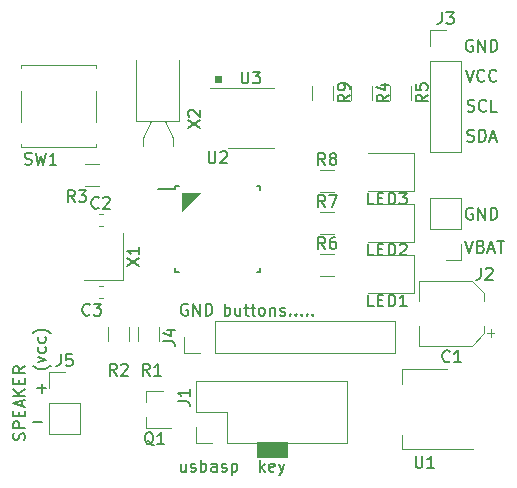
<source format=gbr>
G04 #@! TF.GenerationSoftware,KiCad,Pcbnew,5.1.5-1.fc30*
G04 #@! TF.CreationDate,2020-02-08T00:59:57+03:00*
G04 #@! TF.ProjectId,Tamagotchi-Atmega8,54616d61-676f-4746-9368-692d41746d65,rev?*
G04 #@! TF.SameCoordinates,Original*
G04 #@! TF.FileFunction,Legend,Top*
G04 #@! TF.FilePolarity,Positive*
%FSLAX46Y46*%
G04 Gerber Fmt 4.6, Leading zero omitted, Abs format (unit mm)*
G04 Created by KiCad (PCBNEW 5.1.5-1.fc30) date 2020-02-08 00:59:57*
%MOMM*%
%LPD*%
G04 APERTURE LIST*
%ADD10C,0.150000*%
%ADD11C,0.100000*%
%ADD12C,0.120000*%
G04 APERTURE END LIST*
D10*
X111633047Y-102179428D02*
X112394952Y-102179428D01*
X112339428Y-99694666D02*
X112339428Y-98932761D01*
X112720380Y-99313714D02*
X111958476Y-99313714D01*
X113101333Y-97408952D02*
X113053714Y-97456571D01*
X112910857Y-97551809D01*
X112815619Y-97599428D01*
X112672761Y-97647047D01*
X112434666Y-97694666D01*
X112244190Y-97694666D01*
X112006095Y-97647047D01*
X111863238Y-97599428D01*
X111768000Y-97551809D01*
X111625142Y-97456571D01*
X111577523Y-97408952D01*
X112053714Y-97123238D02*
X112720380Y-96885142D01*
X112053714Y-96647047D01*
X112672761Y-95837523D02*
X112720380Y-95932761D01*
X112720380Y-96123238D01*
X112672761Y-96218476D01*
X112625142Y-96266095D01*
X112529904Y-96313714D01*
X112244190Y-96313714D01*
X112148952Y-96266095D01*
X112101333Y-96218476D01*
X112053714Y-96123238D01*
X112053714Y-95932761D01*
X112101333Y-95837523D01*
X112672761Y-94980380D02*
X112720380Y-95075619D01*
X112720380Y-95266095D01*
X112672761Y-95361333D01*
X112625142Y-95408952D01*
X112529904Y-95456571D01*
X112244190Y-95456571D01*
X112148952Y-95408952D01*
X112101333Y-95361333D01*
X112053714Y-95266095D01*
X112053714Y-95075619D01*
X112101333Y-94980380D01*
X113101333Y-94647047D02*
X113053714Y-94599428D01*
X112910857Y-94504190D01*
X112815619Y-94456571D01*
X112672761Y-94408952D01*
X112434666Y-94361333D01*
X112244190Y-94361333D01*
X112006095Y-94408952D01*
X111863238Y-94456571D01*
X111768000Y-94504190D01*
X111625142Y-94599428D01*
X111577523Y-94647047D01*
X110894761Y-103703047D02*
X110942380Y-103560190D01*
X110942380Y-103322095D01*
X110894761Y-103226857D01*
X110847142Y-103179238D01*
X110751904Y-103131619D01*
X110656666Y-103131619D01*
X110561428Y-103179238D01*
X110513809Y-103226857D01*
X110466190Y-103322095D01*
X110418571Y-103512571D01*
X110370952Y-103607809D01*
X110323333Y-103655428D01*
X110228095Y-103703047D01*
X110132857Y-103703047D01*
X110037619Y-103655428D01*
X109990000Y-103607809D01*
X109942380Y-103512571D01*
X109942380Y-103274476D01*
X109990000Y-103131619D01*
X110942380Y-102703047D02*
X109942380Y-102703047D01*
X109942380Y-102322095D01*
X109990000Y-102226857D01*
X110037619Y-102179238D01*
X110132857Y-102131619D01*
X110275714Y-102131619D01*
X110370952Y-102179238D01*
X110418571Y-102226857D01*
X110466190Y-102322095D01*
X110466190Y-102703047D01*
X110418571Y-101703047D02*
X110418571Y-101369714D01*
X110942380Y-101226857D02*
X110942380Y-101703047D01*
X109942380Y-101703047D01*
X109942380Y-101226857D01*
X110656666Y-100845904D02*
X110656666Y-100369714D01*
X110942380Y-100941142D02*
X109942380Y-100607809D01*
X110942380Y-100274476D01*
X110942380Y-99941142D02*
X109942380Y-99941142D01*
X110942380Y-99369714D02*
X110370952Y-99798285D01*
X109942380Y-99369714D02*
X110513809Y-99941142D01*
X110418571Y-98941142D02*
X110418571Y-98607809D01*
X110942380Y-98464952D02*
X110942380Y-98941142D01*
X109942380Y-98941142D01*
X109942380Y-98464952D01*
X110942380Y-97464952D02*
X110466190Y-97798285D01*
X110942380Y-98036380D02*
X109942380Y-98036380D01*
X109942380Y-97655428D01*
X109990000Y-97560190D01*
X110037619Y-97512571D01*
X110132857Y-97464952D01*
X110275714Y-97464952D01*
X110370952Y-97512571D01*
X110418571Y-97560190D01*
X110466190Y-97655428D01*
X110466190Y-98036380D01*
X127833904Y-93162380D02*
X127833904Y-92162380D01*
X127833904Y-92543333D02*
X127929142Y-92495714D01*
X128119619Y-92495714D01*
X128214857Y-92543333D01*
X128262476Y-92590952D01*
X128310095Y-92686190D01*
X128310095Y-92971904D01*
X128262476Y-93067142D01*
X128214857Y-93114761D01*
X128119619Y-93162380D01*
X127929142Y-93162380D01*
X127833904Y-93114761D01*
X129167238Y-92495714D02*
X129167238Y-93162380D01*
X128738666Y-92495714D02*
X128738666Y-93019523D01*
X128786285Y-93114761D01*
X128881523Y-93162380D01*
X129024380Y-93162380D01*
X129119619Y-93114761D01*
X129167238Y-93067142D01*
X129500571Y-92495714D02*
X129881523Y-92495714D01*
X129643428Y-92162380D02*
X129643428Y-93019523D01*
X129691047Y-93114761D01*
X129786285Y-93162380D01*
X129881523Y-93162380D01*
X130072000Y-92495714D02*
X130452952Y-92495714D01*
X130214857Y-92162380D02*
X130214857Y-93019523D01*
X130262476Y-93114761D01*
X130357714Y-93162380D01*
X130452952Y-93162380D01*
X130929142Y-93162380D02*
X130833904Y-93114761D01*
X130786285Y-93067142D01*
X130738666Y-92971904D01*
X130738666Y-92686190D01*
X130786285Y-92590952D01*
X130833904Y-92543333D01*
X130929142Y-92495714D01*
X131072000Y-92495714D01*
X131167238Y-92543333D01*
X131214857Y-92590952D01*
X131262476Y-92686190D01*
X131262476Y-92971904D01*
X131214857Y-93067142D01*
X131167238Y-93114761D01*
X131072000Y-93162380D01*
X130929142Y-93162380D01*
X131691047Y-92495714D02*
X131691047Y-93162380D01*
X131691047Y-92590952D02*
X131738666Y-92543333D01*
X131833904Y-92495714D01*
X131976761Y-92495714D01*
X132072000Y-92543333D01*
X132119619Y-92638571D01*
X132119619Y-93162380D01*
X132548190Y-93114761D02*
X132643428Y-93162380D01*
X132833904Y-93162380D01*
X132929142Y-93114761D01*
X132976761Y-93019523D01*
X132976761Y-92971904D01*
X132929142Y-92876666D01*
X132833904Y-92829047D01*
X132691047Y-92829047D01*
X132595809Y-92781428D01*
X132548190Y-92686190D01*
X132548190Y-92638571D01*
X132595809Y-92543333D01*
X132691047Y-92495714D01*
X132833904Y-92495714D01*
X132929142Y-92543333D01*
X133405333Y-93067142D02*
X133452952Y-93114761D01*
X133405333Y-93162380D01*
X133357714Y-93114761D01*
X133405333Y-93067142D01*
X133405333Y-93162380D01*
X133881523Y-93067142D02*
X133929142Y-93114761D01*
X133881523Y-93162380D01*
X133833904Y-93114761D01*
X133881523Y-93067142D01*
X133881523Y-93162380D01*
X134357714Y-93067142D02*
X134405333Y-93114761D01*
X134357714Y-93162380D01*
X134310095Y-93114761D01*
X134357714Y-93067142D01*
X134357714Y-93162380D01*
X134833904Y-93067142D02*
X134881523Y-93114761D01*
X134833904Y-93162380D01*
X134786285Y-93114761D01*
X134833904Y-93067142D01*
X134833904Y-93162380D01*
X135310095Y-93067142D02*
X135357714Y-93114761D01*
X135310095Y-93162380D01*
X135262476Y-93114761D01*
X135310095Y-93067142D01*
X135310095Y-93162380D01*
X124714095Y-92210000D02*
X124618857Y-92162380D01*
X124476000Y-92162380D01*
X124333142Y-92210000D01*
X124237904Y-92305238D01*
X124190285Y-92400476D01*
X124142666Y-92590952D01*
X124142666Y-92733809D01*
X124190285Y-92924285D01*
X124237904Y-93019523D01*
X124333142Y-93114761D01*
X124476000Y-93162380D01*
X124571238Y-93162380D01*
X124714095Y-93114761D01*
X124761714Y-93067142D01*
X124761714Y-92733809D01*
X124571238Y-92733809D01*
X125190285Y-93162380D02*
X125190285Y-92162380D01*
X125761714Y-93162380D01*
X125761714Y-92162380D01*
X126237904Y-93162380D02*
X126237904Y-92162380D01*
X126476000Y-92162380D01*
X126618857Y-92210000D01*
X126714095Y-92305238D01*
X126761714Y-92400476D01*
X126809333Y-92590952D01*
X126809333Y-92733809D01*
X126761714Y-92924285D01*
X126714095Y-93019523D01*
X126618857Y-93114761D01*
X126476000Y-93162380D01*
X126237904Y-93162380D01*
X124539619Y-105703714D02*
X124539619Y-106370380D01*
X124111047Y-105703714D02*
X124111047Y-106227523D01*
X124158666Y-106322761D01*
X124253904Y-106370380D01*
X124396761Y-106370380D01*
X124492000Y-106322761D01*
X124539619Y-106275142D01*
X124968190Y-106322761D02*
X125063428Y-106370380D01*
X125253904Y-106370380D01*
X125349142Y-106322761D01*
X125396761Y-106227523D01*
X125396761Y-106179904D01*
X125349142Y-106084666D01*
X125253904Y-106037047D01*
X125111047Y-106037047D01*
X125015809Y-105989428D01*
X124968190Y-105894190D01*
X124968190Y-105846571D01*
X125015809Y-105751333D01*
X125111047Y-105703714D01*
X125253904Y-105703714D01*
X125349142Y-105751333D01*
X125825333Y-106370380D02*
X125825333Y-105370380D01*
X125825333Y-105751333D02*
X125920571Y-105703714D01*
X126111047Y-105703714D01*
X126206285Y-105751333D01*
X126253904Y-105798952D01*
X126301523Y-105894190D01*
X126301523Y-106179904D01*
X126253904Y-106275142D01*
X126206285Y-106322761D01*
X126111047Y-106370380D01*
X125920571Y-106370380D01*
X125825333Y-106322761D01*
X127158666Y-106370380D02*
X127158666Y-105846571D01*
X127111047Y-105751333D01*
X127015809Y-105703714D01*
X126825333Y-105703714D01*
X126730095Y-105751333D01*
X127158666Y-106322761D02*
X127063428Y-106370380D01*
X126825333Y-106370380D01*
X126730095Y-106322761D01*
X126682476Y-106227523D01*
X126682476Y-106132285D01*
X126730095Y-106037047D01*
X126825333Y-105989428D01*
X127063428Y-105989428D01*
X127158666Y-105941809D01*
X127587238Y-106322761D02*
X127682476Y-106370380D01*
X127872952Y-106370380D01*
X127968190Y-106322761D01*
X128015809Y-106227523D01*
X128015809Y-106179904D01*
X127968190Y-106084666D01*
X127872952Y-106037047D01*
X127730095Y-106037047D01*
X127634857Y-105989428D01*
X127587238Y-105894190D01*
X127587238Y-105846571D01*
X127634857Y-105751333D01*
X127730095Y-105703714D01*
X127872952Y-105703714D01*
X127968190Y-105751333D01*
X128444380Y-105703714D02*
X128444380Y-106703714D01*
X128444380Y-105751333D02*
X128539619Y-105703714D01*
X128730095Y-105703714D01*
X128825333Y-105751333D01*
X128872952Y-105798952D01*
X128920571Y-105894190D01*
X128920571Y-106179904D01*
X128872952Y-106275142D01*
X128825333Y-106322761D01*
X128730095Y-106370380D01*
X128539619Y-106370380D01*
X128444380Y-106322761D01*
X148217142Y-86828380D02*
X148550476Y-87828380D01*
X148883809Y-86828380D01*
X149550476Y-87304571D02*
X149693333Y-87352190D01*
X149740952Y-87399809D01*
X149788571Y-87495047D01*
X149788571Y-87637904D01*
X149740952Y-87733142D01*
X149693333Y-87780761D01*
X149598095Y-87828380D01*
X149217142Y-87828380D01*
X149217142Y-86828380D01*
X149550476Y-86828380D01*
X149645714Y-86876000D01*
X149693333Y-86923619D01*
X149740952Y-87018857D01*
X149740952Y-87114095D01*
X149693333Y-87209333D01*
X149645714Y-87256952D01*
X149550476Y-87304571D01*
X149217142Y-87304571D01*
X150169523Y-87542666D02*
X150645714Y-87542666D01*
X150074285Y-87828380D02*
X150407619Y-86828380D01*
X150740952Y-87828380D01*
X150931428Y-86828380D02*
X151502857Y-86828380D01*
X151217142Y-87828380D02*
X151217142Y-86828380D01*
X148844095Y-84082000D02*
X148748857Y-84034380D01*
X148606000Y-84034380D01*
X148463142Y-84082000D01*
X148367904Y-84177238D01*
X148320285Y-84272476D01*
X148272666Y-84462952D01*
X148272666Y-84605809D01*
X148320285Y-84796285D01*
X148367904Y-84891523D01*
X148463142Y-84986761D01*
X148606000Y-85034380D01*
X148701238Y-85034380D01*
X148844095Y-84986761D01*
X148891714Y-84939142D01*
X148891714Y-84605809D01*
X148701238Y-84605809D01*
X149320285Y-85034380D02*
X149320285Y-84034380D01*
X149891714Y-85034380D01*
X149891714Y-84034380D01*
X150367904Y-85034380D02*
X150367904Y-84034380D01*
X150606000Y-84034380D01*
X150748857Y-84082000D01*
X150844095Y-84177238D01*
X150891714Y-84272476D01*
X150939333Y-84462952D01*
X150939333Y-84605809D01*
X150891714Y-84796285D01*
X150844095Y-84891523D01*
X150748857Y-84986761D01*
X150606000Y-85034380D01*
X150367904Y-85034380D01*
X148391714Y-78382761D02*
X148534571Y-78430380D01*
X148772666Y-78430380D01*
X148867904Y-78382761D01*
X148915523Y-78335142D01*
X148963142Y-78239904D01*
X148963142Y-78144666D01*
X148915523Y-78049428D01*
X148867904Y-78001809D01*
X148772666Y-77954190D01*
X148582190Y-77906571D01*
X148486952Y-77858952D01*
X148439333Y-77811333D01*
X148391714Y-77716095D01*
X148391714Y-77620857D01*
X148439333Y-77525619D01*
X148486952Y-77478000D01*
X148582190Y-77430380D01*
X148820285Y-77430380D01*
X148963142Y-77478000D01*
X149391714Y-78430380D02*
X149391714Y-77430380D01*
X149629809Y-77430380D01*
X149772666Y-77478000D01*
X149867904Y-77573238D01*
X149915523Y-77668476D01*
X149963142Y-77858952D01*
X149963142Y-78001809D01*
X149915523Y-78192285D01*
X149867904Y-78287523D01*
X149772666Y-78382761D01*
X149629809Y-78430380D01*
X149391714Y-78430380D01*
X150344095Y-78144666D02*
X150820285Y-78144666D01*
X150248857Y-78430380D02*
X150582190Y-77430380D01*
X150915523Y-78430380D01*
X148415523Y-75842761D02*
X148558380Y-75890380D01*
X148796476Y-75890380D01*
X148891714Y-75842761D01*
X148939333Y-75795142D01*
X148986952Y-75699904D01*
X148986952Y-75604666D01*
X148939333Y-75509428D01*
X148891714Y-75461809D01*
X148796476Y-75414190D01*
X148606000Y-75366571D01*
X148510761Y-75318952D01*
X148463142Y-75271333D01*
X148415523Y-75176095D01*
X148415523Y-75080857D01*
X148463142Y-74985619D01*
X148510761Y-74938000D01*
X148606000Y-74890380D01*
X148844095Y-74890380D01*
X148986952Y-74938000D01*
X149986952Y-75795142D02*
X149939333Y-75842761D01*
X149796476Y-75890380D01*
X149701238Y-75890380D01*
X149558380Y-75842761D01*
X149463142Y-75747523D01*
X149415523Y-75652285D01*
X149367904Y-75461809D01*
X149367904Y-75318952D01*
X149415523Y-75128476D01*
X149463142Y-75033238D01*
X149558380Y-74938000D01*
X149701238Y-74890380D01*
X149796476Y-74890380D01*
X149939333Y-74938000D01*
X149986952Y-74985619D01*
X150891714Y-75890380D02*
X150415523Y-75890380D01*
X150415523Y-74890380D01*
X148272666Y-72350380D02*
X148606000Y-73350380D01*
X148939333Y-72350380D01*
X149844095Y-73255142D02*
X149796476Y-73302761D01*
X149653619Y-73350380D01*
X149558380Y-73350380D01*
X149415523Y-73302761D01*
X149320285Y-73207523D01*
X149272666Y-73112285D01*
X149225047Y-72921809D01*
X149225047Y-72778952D01*
X149272666Y-72588476D01*
X149320285Y-72493238D01*
X149415523Y-72398000D01*
X149558380Y-72350380D01*
X149653619Y-72350380D01*
X149796476Y-72398000D01*
X149844095Y-72445619D01*
X150844095Y-73255142D02*
X150796476Y-73302761D01*
X150653619Y-73350380D01*
X150558380Y-73350380D01*
X150415523Y-73302761D01*
X150320285Y-73207523D01*
X150272666Y-73112285D01*
X150225047Y-72921809D01*
X150225047Y-72778952D01*
X150272666Y-72588476D01*
X150320285Y-72493238D01*
X150415523Y-72398000D01*
X150558380Y-72350380D01*
X150653619Y-72350380D01*
X150796476Y-72398000D01*
X150844095Y-72445619D01*
X148844095Y-69858000D02*
X148748857Y-69810380D01*
X148606000Y-69810380D01*
X148463142Y-69858000D01*
X148367904Y-69953238D01*
X148320285Y-70048476D01*
X148272666Y-70238952D01*
X148272666Y-70381809D01*
X148320285Y-70572285D01*
X148367904Y-70667523D01*
X148463142Y-70762761D01*
X148606000Y-70810380D01*
X148701238Y-70810380D01*
X148844095Y-70762761D01*
X148891714Y-70715142D01*
X148891714Y-70381809D01*
X148701238Y-70381809D01*
X149320285Y-70810380D02*
X149320285Y-69810380D01*
X149891714Y-70810380D01*
X149891714Y-69810380D01*
X150367904Y-70810380D02*
X150367904Y-69810380D01*
X150606000Y-69810380D01*
X150748857Y-69858000D01*
X150844095Y-69953238D01*
X150891714Y-70048476D01*
X150939333Y-70238952D01*
X150939333Y-70381809D01*
X150891714Y-70572285D01*
X150844095Y-70667523D01*
X150748857Y-70762761D01*
X150606000Y-70810380D01*
X150367904Y-70810380D01*
D11*
G36*
X127508000Y-73406000D02*
G01*
X127000000Y-73406000D01*
X127000000Y-72898000D01*
X127508000Y-72898000D01*
X127508000Y-73406000D01*
G37*
X127508000Y-73406000D02*
X127000000Y-73406000D01*
X127000000Y-72898000D01*
X127508000Y-72898000D01*
X127508000Y-73406000D01*
G36*
X124206000Y-84328000D02*
G01*
X124206000Y-82804000D01*
X125730000Y-82804000D01*
X124206000Y-84328000D01*
G37*
X124206000Y-84328000D02*
X124206000Y-82804000D01*
X125730000Y-82804000D01*
X124206000Y-84328000D01*
D10*
X130849809Y-106370380D02*
X130849809Y-105370380D01*
X130945047Y-105989428D02*
X131230761Y-106370380D01*
X131230761Y-105703714D02*
X130849809Y-106084666D01*
X132040285Y-106322761D02*
X131945047Y-106370380D01*
X131754571Y-106370380D01*
X131659333Y-106322761D01*
X131611714Y-106227523D01*
X131611714Y-105846571D01*
X131659333Y-105751333D01*
X131754571Y-105703714D01*
X131945047Y-105703714D01*
X132040285Y-105751333D01*
X132087904Y-105846571D01*
X132087904Y-105941809D01*
X131611714Y-106037047D01*
X132421238Y-105703714D02*
X132659333Y-106370380D01*
X132897428Y-105703714D02*
X132659333Y-106370380D01*
X132564095Y-106608476D01*
X132516476Y-106656095D01*
X132421238Y-106703714D01*
D11*
G36*
X133096000Y-105156000D02*
G01*
X130556000Y-105156000D01*
X130556000Y-103886000D01*
X133096000Y-103886000D01*
X133096000Y-105156000D01*
G37*
X133096000Y-105156000D02*
X130556000Y-105156000D01*
X130556000Y-103886000D01*
X133096000Y-103886000D01*
X133096000Y-105156000D01*
D12*
X110642000Y-76738000D02*
X110642000Y-74138000D01*
X116942000Y-71988000D02*
X116942000Y-72238000D01*
X110642000Y-71988000D02*
X116942000Y-71988000D01*
X110642000Y-72238000D02*
X110642000Y-71988000D01*
X116942000Y-74138000D02*
X116942000Y-76738000D01*
X110642000Y-78888000D02*
X110642000Y-78638000D01*
X116942000Y-78888000D02*
X110642000Y-78888000D01*
X116942000Y-78638000D02*
X116942000Y-78888000D01*
X120904000Y-78102000D02*
X120904000Y-78802000D01*
X121574000Y-76702000D02*
X120904000Y-78102000D01*
X123444000Y-78102000D02*
X123444000Y-78802000D01*
X122774000Y-76702000D02*
X123444000Y-78102000D01*
X120374000Y-76702000D02*
X120374000Y-71552000D01*
X123974000Y-76702000D02*
X120374000Y-76702000D01*
X123974000Y-71552000D02*
X123974000Y-76702000D01*
X119252000Y-90138000D02*
X119252000Y-86138000D01*
X115952000Y-90138000D02*
X119252000Y-90138000D01*
X124400000Y-96326000D02*
X124400000Y-94996000D01*
X125730000Y-96326000D02*
X124400000Y-96326000D01*
X127000000Y-96326000D02*
X127000000Y-93666000D01*
X127000000Y-93666000D02*
X142300000Y-93666000D01*
X127000000Y-96326000D02*
X142300000Y-96326000D01*
X142300000Y-96326000D02*
X142300000Y-93666000D01*
X130048000Y-73894000D02*
X126598000Y-73894000D01*
X130048000Y-73894000D02*
X131998000Y-73894000D01*
X130048000Y-79014000D02*
X128098000Y-79014000D01*
X130048000Y-79014000D02*
X131998000Y-79014000D01*
D10*
X123629000Y-82452000D02*
X122204000Y-82452000D01*
X130879000Y-82227000D02*
X130554000Y-82227000D01*
X130879000Y-89477000D02*
X130554000Y-89477000D01*
X123629000Y-89477000D02*
X123954000Y-89477000D01*
X123629000Y-82227000D02*
X123954000Y-82227000D01*
X123629000Y-89477000D02*
X123629000Y-89152000D01*
X130879000Y-89477000D02*
X130879000Y-89152000D01*
X130879000Y-82227000D02*
X130879000Y-82552000D01*
X123629000Y-82227000D02*
X123629000Y-82452000D01*
D12*
X148880000Y-104502000D02*
X142870000Y-104502000D01*
X146630000Y-97682000D02*
X142870000Y-97682000D01*
X142870000Y-104502000D02*
X142870000Y-103242000D01*
X142870000Y-97682000D02*
X142870000Y-98942000D01*
X135234000Y-73695936D02*
X135234000Y-74900064D01*
X137054000Y-73695936D02*
X137054000Y-74900064D01*
X135919936Y-82698000D02*
X137124064Y-82698000D01*
X135919936Y-80878000D02*
X137124064Y-80878000D01*
X135925936Y-86254000D02*
X137130064Y-86254000D01*
X135925936Y-84434000D02*
X137130064Y-84434000D01*
X135925936Y-89810000D02*
X137130064Y-89810000D01*
X135925936Y-87990000D02*
X137130064Y-87990000D01*
X141838000Y-73689936D02*
X141838000Y-74894064D01*
X143658000Y-73689936D02*
X143658000Y-74894064D01*
X138536000Y-73689936D02*
X138536000Y-74894064D01*
X140356000Y-73689936D02*
X140356000Y-74894064D01*
X117188064Y-80370000D02*
X115983936Y-80370000D01*
X117188064Y-82190000D02*
X115983936Y-82190000D01*
X119782000Y-95344064D02*
X119782000Y-94139936D01*
X117962000Y-95344064D02*
X117962000Y-94139936D01*
X120502000Y-94139936D02*
X120502000Y-95344064D01*
X122322000Y-94139936D02*
X122322000Y-95344064D01*
X121160000Y-99512000D02*
X122620000Y-99512000D01*
X121160000Y-102672000D02*
X123320000Y-102672000D01*
X121160000Y-102672000D02*
X121160000Y-101742000D01*
X121160000Y-99512000D02*
X121160000Y-100442000D01*
X143887000Y-79441000D02*
X140002000Y-79441000D01*
X143887000Y-82611000D02*
X143887000Y-79441000D01*
X140002000Y-82611000D02*
X143887000Y-82611000D01*
X143887000Y-83759000D02*
X140002000Y-83759000D01*
X143887000Y-86929000D02*
X143887000Y-83759000D01*
X140002000Y-86929000D02*
X143887000Y-86929000D01*
X143887000Y-88077000D02*
X140002000Y-88077000D01*
X143887000Y-91247000D02*
X143887000Y-88077000D01*
X140002000Y-91247000D02*
X143887000Y-91247000D01*
X112970000Y-97984000D02*
X114300000Y-97984000D01*
X112970000Y-99314000D02*
X112970000Y-97984000D01*
X112970000Y-100584000D02*
X115630000Y-100584000D01*
X115630000Y-100584000D02*
X115630000Y-103184000D01*
X112970000Y-100584000D02*
X112970000Y-103184000D01*
X112970000Y-103184000D02*
X115630000Y-103184000D01*
X145228000Y-69028000D02*
X146558000Y-69028000D01*
X145228000Y-70358000D02*
X145228000Y-69028000D01*
X145228000Y-71628000D02*
X147888000Y-71628000D01*
X147888000Y-71628000D02*
X147888000Y-79308000D01*
X145228000Y-71628000D02*
X145228000Y-79308000D01*
X145228000Y-79308000D02*
X147888000Y-79308000D01*
X147888000Y-88452000D02*
X146558000Y-88452000D01*
X147888000Y-87122000D02*
X147888000Y-88452000D01*
X147888000Y-85852000D02*
X145228000Y-85852000D01*
X145228000Y-85852000D02*
X145228000Y-83252000D01*
X147888000Y-85852000D02*
X147888000Y-83252000D01*
X147888000Y-83252000D02*
X145228000Y-83252000D01*
X125416000Y-103946000D02*
X125416000Y-102616000D01*
X126746000Y-103946000D02*
X125416000Y-103946000D01*
X125416000Y-101346000D02*
X125416000Y-98746000D01*
X128016000Y-101346000D02*
X125416000Y-101346000D01*
X128016000Y-103946000D02*
X128016000Y-101346000D01*
X125416000Y-98746000D02*
X138236000Y-98746000D01*
X128016000Y-103946000D02*
X138236000Y-103946000D01*
X138236000Y-103946000D02*
X138236000Y-98746000D01*
X117185221Y-91696000D02*
X117510779Y-91696000D01*
X117185221Y-90676000D02*
X117510779Y-90676000D01*
X117185221Y-85600000D02*
X117510779Y-85600000D01*
X117185221Y-84580000D02*
X117510779Y-84580000D01*
X150378500Y-94961500D02*
X150378500Y-94336500D01*
X150691000Y-94649000D02*
X150066000Y-94649000D01*
X149826000Y-91268437D02*
X148761563Y-90204000D01*
X149826000Y-94659563D02*
X148761563Y-95724000D01*
X149826000Y-94659563D02*
X149826000Y-94024000D01*
X149826000Y-91268437D02*
X149826000Y-91904000D01*
X148761563Y-90204000D02*
X144306000Y-90204000D01*
X148761563Y-95724000D02*
X144306000Y-95724000D01*
X144306000Y-95724000D02*
X144306000Y-94024000D01*
X144306000Y-90204000D02*
X144306000Y-91904000D01*
D10*
X110934666Y-80342761D02*
X111077523Y-80390380D01*
X111315619Y-80390380D01*
X111410857Y-80342761D01*
X111458476Y-80295142D01*
X111506095Y-80199904D01*
X111506095Y-80104666D01*
X111458476Y-80009428D01*
X111410857Y-79961809D01*
X111315619Y-79914190D01*
X111125142Y-79866571D01*
X111029904Y-79818952D01*
X110982285Y-79771333D01*
X110934666Y-79676095D01*
X110934666Y-79580857D01*
X110982285Y-79485619D01*
X111029904Y-79438000D01*
X111125142Y-79390380D01*
X111363238Y-79390380D01*
X111506095Y-79438000D01*
X111839428Y-79390380D02*
X112077523Y-80390380D01*
X112268000Y-79676095D01*
X112458476Y-80390380D01*
X112696571Y-79390380D01*
X113601333Y-80390380D02*
X113029904Y-80390380D01*
X113315619Y-80390380D02*
X113315619Y-79390380D01*
X113220380Y-79533238D01*
X113125142Y-79628476D01*
X113029904Y-79676095D01*
X124746380Y-77311523D02*
X125746380Y-76644857D01*
X124746380Y-76644857D02*
X125746380Y-77311523D01*
X124841619Y-76311523D02*
X124794000Y-76263904D01*
X124746380Y-76168666D01*
X124746380Y-75930571D01*
X124794000Y-75835333D01*
X124841619Y-75787714D01*
X124936857Y-75740095D01*
X125032095Y-75740095D01*
X125174952Y-75787714D01*
X125746380Y-76359142D01*
X125746380Y-75740095D01*
X119594380Y-88947523D02*
X120594380Y-88280857D01*
X119594380Y-88280857D02*
X120594380Y-88947523D01*
X120594380Y-87376095D02*
X120594380Y-87947523D01*
X120594380Y-87661809D02*
X119594380Y-87661809D01*
X119737238Y-87757047D01*
X119832476Y-87852285D01*
X119880095Y-87947523D01*
X122642380Y-95329333D02*
X123356666Y-95329333D01*
X123499523Y-95376952D01*
X123594761Y-95472190D01*
X123642380Y-95615047D01*
X123642380Y-95710285D01*
X122975714Y-94424571D02*
X123642380Y-94424571D01*
X122594761Y-94662666D02*
X123309047Y-94900761D01*
X123309047Y-94281714D01*
X129286095Y-72506380D02*
X129286095Y-73315904D01*
X129333714Y-73411142D01*
X129381333Y-73458761D01*
X129476571Y-73506380D01*
X129667047Y-73506380D01*
X129762285Y-73458761D01*
X129809904Y-73411142D01*
X129857523Y-73315904D01*
X129857523Y-72506380D01*
X130238476Y-72506380D02*
X130857523Y-72506380D01*
X130524190Y-72887333D01*
X130667047Y-72887333D01*
X130762285Y-72934952D01*
X130809904Y-72982571D01*
X130857523Y-73077809D01*
X130857523Y-73315904D01*
X130809904Y-73411142D01*
X130762285Y-73458761D01*
X130667047Y-73506380D01*
X130381333Y-73506380D01*
X130286095Y-73458761D01*
X130238476Y-73411142D01*
X126492095Y-79254380D02*
X126492095Y-80063904D01*
X126539714Y-80159142D01*
X126587333Y-80206761D01*
X126682571Y-80254380D01*
X126873047Y-80254380D01*
X126968285Y-80206761D01*
X127015904Y-80159142D01*
X127063523Y-80063904D01*
X127063523Y-79254380D01*
X127492095Y-79349619D02*
X127539714Y-79302000D01*
X127634952Y-79254380D01*
X127873047Y-79254380D01*
X127968285Y-79302000D01*
X128015904Y-79349619D01*
X128063523Y-79444857D01*
X128063523Y-79540095D01*
X128015904Y-79682952D01*
X127444476Y-80254380D01*
X128063523Y-80254380D01*
X144018095Y-105044380D02*
X144018095Y-105853904D01*
X144065714Y-105949142D01*
X144113333Y-105996761D01*
X144208571Y-106044380D01*
X144399047Y-106044380D01*
X144494285Y-105996761D01*
X144541904Y-105949142D01*
X144589523Y-105853904D01*
X144589523Y-105044380D01*
X145589523Y-106044380D02*
X145018095Y-106044380D01*
X145303809Y-106044380D02*
X145303809Y-105044380D01*
X145208571Y-105187238D01*
X145113333Y-105282476D01*
X145018095Y-105330095D01*
X138416380Y-74464666D02*
X137940190Y-74798000D01*
X138416380Y-75036095D02*
X137416380Y-75036095D01*
X137416380Y-74655142D01*
X137464000Y-74559904D01*
X137511619Y-74512285D01*
X137606857Y-74464666D01*
X137749714Y-74464666D01*
X137844952Y-74512285D01*
X137892571Y-74559904D01*
X137940190Y-74655142D01*
X137940190Y-75036095D01*
X138416380Y-73988476D02*
X138416380Y-73798000D01*
X138368761Y-73702761D01*
X138321142Y-73655142D01*
X138178285Y-73559904D01*
X137987809Y-73512285D01*
X137606857Y-73512285D01*
X137511619Y-73559904D01*
X137464000Y-73607523D01*
X137416380Y-73702761D01*
X137416380Y-73893238D01*
X137464000Y-73988476D01*
X137511619Y-74036095D01*
X137606857Y-74083714D01*
X137844952Y-74083714D01*
X137940190Y-74036095D01*
X137987809Y-73988476D01*
X138035428Y-73893238D01*
X138035428Y-73702761D01*
X137987809Y-73607523D01*
X137940190Y-73559904D01*
X137844952Y-73512285D01*
X136355333Y-80420380D02*
X136022000Y-79944190D01*
X135783904Y-80420380D02*
X135783904Y-79420380D01*
X136164857Y-79420380D01*
X136260095Y-79468000D01*
X136307714Y-79515619D01*
X136355333Y-79610857D01*
X136355333Y-79753714D01*
X136307714Y-79848952D01*
X136260095Y-79896571D01*
X136164857Y-79944190D01*
X135783904Y-79944190D01*
X136926761Y-79848952D02*
X136831523Y-79801333D01*
X136783904Y-79753714D01*
X136736285Y-79658476D01*
X136736285Y-79610857D01*
X136783904Y-79515619D01*
X136831523Y-79468000D01*
X136926761Y-79420380D01*
X137117238Y-79420380D01*
X137212476Y-79468000D01*
X137260095Y-79515619D01*
X137307714Y-79610857D01*
X137307714Y-79658476D01*
X137260095Y-79753714D01*
X137212476Y-79801333D01*
X137117238Y-79848952D01*
X136926761Y-79848952D01*
X136831523Y-79896571D01*
X136783904Y-79944190D01*
X136736285Y-80039428D01*
X136736285Y-80229904D01*
X136783904Y-80325142D01*
X136831523Y-80372761D01*
X136926761Y-80420380D01*
X137117238Y-80420380D01*
X137212476Y-80372761D01*
X137260095Y-80325142D01*
X137307714Y-80229904D01*
X137307714Y-80039428D01*
X137260095Y-79944190D01*
X137212476Y-79896571D01*
X137117238Y-79848952D01*
X136361333Y-83976380D02*
X136028000Y-83500190D01*
X135789904Y-83976380D02*
X135789904Y-82976380D01*
X136170857Y-82976380D01*
X136266095Y-83024000D01*
X136313714Y-83071619D01*
X136361333Y-83166857D01*
X136361333Y-83309714D01*
X136313714Y-83404952D01*
X136266095Y-83452571D01*
X136170857Y-83500190D01*
X135789904Y-83500190D01*
X136694666Y-82976380D02*
X137361333Y-82976380D01*
X136932761Y-83976380D01*
X136361333Y-87532380D02*
X136028000Y-87056190D01*
X135789904Y-87532380D02*
X135789904Y-86532380D01*
X136170857Y-86532380D01*
X136266095Y-86580000D01*
X136313714Y-86627619D01*
X136361333Y-86722857D01*
X136361333Y-86865714D01*
X136313714Y-86960952D01*
X136266095Y-87008571D01*
X136170857Y-87056190D01*
X135789904Y-87056190D01*
X137218476Y-86532380D02*
X137028000Y-86532380D01*
X136932761Y-86580000D01*
X136885142Y-86627619D01*
X136789904Y-86770476D01*
X136742285Y-86960952D01*
X136742285Y-87341904D01*
X136789904Y-87437142D01*
X136837523Y-87484761D01*
X136932761Y-87532380D01*
X137123238Y-87532380D01*
X137218476Y-87484761D01*
X137266095Y-87437142D01*
X137313714Y-87341904D01*
X137313714Y-87103809D01*
X137266095Y-87008571D01*
X137218476Y-86960952D01*
X137123238Y-86913333D01*
X136932761Y-86913333D01*
X136837523Y-86960952D01*
X136789904Y-87008571D01*
X136742285Y-87103809D01*
X145020380Y-74458666D02*
X144544190Y-74792000D01*
X145020380Y-75030095D02*
X144020380Y-75030095D01*
X144020380Y-74649142D01*
X144068000Y-74553904D01*
X144115619Y-74506285D01*
X144210857Y-74458666D01*
X144353714Y-74458666D01*
X144448952Y-74506285D01*
X144496571Y-74553904D01*
X144544190Y-74649142D01*
X144544190Y-75030095D01*
X144020380Y-73553904D02*
X144020380Y-74030095D01*
X144496571Y-74077714D01*
X144448952Y-74030095D01*
X144401333Y-73934857D01*
X144401333Y-73696761D01*
X144448952Y-73601523D01*
X144496571Y-73553904D01*
X144591809Y-73506285D01*
X144829904Y-73506285D01*
X144925142Y-73553904D01*
X144972761Y-73601523D01*
X145020380Y-73696761D01*
X145020380Y-73934857D01*
X144972761Y-74030095D01*
X144925142Y-74077714D01*
X141718380Y-74458666D02*
X141242190Y-74792000D01*
X141718380Y-75030095D02*
X140718380Y-75030095D01*
X140718380Y-74649142D01*
X140766000Y-74553904D01*
X140813619Y-74506285D01*
X140908857Y-74458666D01*
X141051714Y-74458666D01*
X141146952Y-74506285D01*
X141194571Y-74553904D01*
X141242190Y-74649142D01*
X141242190Y-75030095D01*
X141051714Y-73601523D02*
X141718380Y-73601523D01*
X140670761Y-73839619D02*
X141385047Y-74077714D01*
X141385047Y-73458666D01*
X115149333Y-83552380D02*
X114816000Y-83076190D01*
X114577904Y-83552380D02*
X114577904Y-82552380D01*
X114958857Y-82552380D01*
X115054095Y-82600000D01*
X115101714Y-82647619D01*
X115149333Y-82742857D01*
X115149333Y-82885714D01*
X115101714Y-82980952D01*
X115054095Y-83028571D01*
X114958857Y-83076190D01*
X114577904Y-83076190D01*
X115482666Y-82552380D02*
X116101714Y-82552380D01*
X115768380Y-82933333D01*
X115911238Y-82933333D01*
X116006476Y-82980952D01*
X116054095Y-83028571D01*
X116101714Y-83123809D01*
X116101714Y-83361904D01*
X116054095Y-83457142D01*
X116006476Y-83504761D01*
X115911238Y-83552380D01*
X115625523Y-83552380D01*
X115530285Y-83504761D01*
X115482666Y-83457142D01*
X118705333Y-98242380D02*
X118372000Y-97766190D01*
X118133904Y-98242380D02*
X118133904Y-97242380D01*
X118514857Y-97242380D01*
X118610095Y-97290000D01*
X118657714Y-97337619D01*
X118705333Y-97432857D01*
X118705333Y-97575714D01*
X118657714Y-97670952D01*
X118610095Y-97718571D01*
X118514857Y-97766190D01*
X118133904Y-97766190D01*
X119086285Y-97337619D02*
X119133904Y-97290000D01*
X119229142Y-97242380D01*
X119467238Y-97242380D01*
X119562476Y-97290000D01*
X119610095Y-97337619D01*
X119657714Y-97432857D01*
X119657714Y-97528095D01*
X119610095Y-97670952D01*
X119038666Y-98242380D01*
X119657714Y-98242380D01*
X121499333Y-98242380D02*
X121166000Y-97766190D01*
X120927904Y-98242380D02*
X120927904Y-97242380D01*
X121308857Y-97242380D01*
X121404095Y-97290000D01*
X121451714Y-97337619D01*
X121499333Y-97432857D01*
X121499333Y-97575714D01*
X121451714Y-97670952D01*
X121404095Y-97718571D01*
X121308857Y-97766190D01*
X120927904Y-97766190D01*
X122451714Y-98242380D02*
X121880285Y-98242380D01*
X122166000Y-98242380D02*
X122166000Y-97242380D01*
X122070761Y-97385238D01*
X121975523Y-97480476D01*
X121880285Y-97528095D01*
X121824761Y-104139619D02*
X121729523Y-104092000D01*
X121634285Y-103996761D01*
X121491428Y-103853904D01*
X121396190Y-103806285D01*
X121300952Y-103806285D01*
X121348571Y-104044380D02*
X121253333Y-103996761D01*
X121158095Y-103901523D01*
X121110476Y-103711047D01*
X121110476Y-103377714D01*
X121158095Y-103187238D01*
X121253333Y-103092000D01*
X121348571Y-103044380D01*
X121539047Y-103044380D01*
X121634285Y-103092000D01*
X121729523Y-103187238D01*
X121777142Y-103377714D01*
X121777142Y-103711047D01*
X121729523Y-103901523D01*
X121634285Y-103996761D01*
X121539047Y-104044380D01*
X121348571Y-104044380D01*
X122729523Y-104044380D02*
X122158095Y-104044380D01*
X122443809Y-104044380D02*
X122443809Y-103044380D01*
X122348571Y-103187238D01*
X122253333Y-103282476D01*
X122158095Y-103330095D01*
X140482952Y-83758380D02*
X140006761Y-83758380D01*
X140006761Y-82758380D01*
X140816285Y-83234571D02*
X141149619Y-83234571D01*
X141292476Y-83758380D02*
X140816285Y-83758380D01*
X140816285Y-82758380D01*
X141292476Y-82758380D01*
X141721047Y-83758380D02*
X141721047Y-82758380D01*
X141959142Y-82758380D01*
X142102000Y-82806000D01*
X142197238Y-82901238D01*
X142244857Y-82996476D01*
X142292476Y-83186952D01*
X142292476Y-83329809D01*
X142244857Y-83520285D01*
X142197238Y-83615523D01*
X142102000Y-83710761D01*
X141959142Y-83758380D01*
X141721047Y-83758380D01*
X142625809Y-82758380D02*
X143244857Y-82758380D01*
X142911523Y-83139333D01*
X143054380Y-83139333D01*
X143149619Y-83186952D01*
X143197238Y-83234571D01*
X143244857Y-83329809D01*
X143244857Y-83567904D01*
X143197238Y-83663142D01*
X143149619Y-83710761D01*
X143054380Y-83758380D01*
X142768666Y-83758380D01*
X142673428Y-83710761D01*
X142625809Y-83663142D01*
X140482952Y-88076380D02*
X140006761Y-88076380D01*
X140006761Y-87076380D01*
X140816285Y-87552571D02*
X141149619Y-87552571D01*
X141292476Y-88076380D02*
X140816285Y-88076380D01*
X140816285Y-87076380D01*
X141292476Y-87076380D01*
X141721047Y-88076380D02*
X141721047Y-87076380D01*
X141959142Y-87076380D01*
X142102000Y-87124000D01*
X142197238Y-87219238D01*
X142244857Y-87314476D01*
X142292476Y-87504952D01*
X142292476Y-87647809D01*
X142244857Y-87838285D01*
X142197238Y-87933523D01*
X142102000Y-88028761D01*
X141959142Y-88076380D01*
X141721047Y-88076380D01*
X142673428Y-87171619D02*
X142721047Y-87124000D01*
X142816285Y-87076380D01*
X143054380Y-87076380D01*
X143149619Y-87124000D01*
X143197238Y-87171619D01*
X143244857Y-87266857D01*
X143244857Y-87362095D01*
X143197238Y-87504952D01*
X142625809Y-88076380D01*
X143244857Y-88076380D01*
X140482952Y-92394380D02*
X140006761Y-92394380D01*
X140006761Y-91394380D01*
X140816285Y-91870571D02*
X141149619Y-91870571D01*
X141292476Y-92394380D02*
X140816285Y-92394380D01*
X140816285Y-91394380D01*
X141292476Y-91394380D01*
X141721047Y-92394380D02*
X141721047Y-91394380D01*
X141959142Y-91394380D01*
X142102000Y-91442000D01*
X142197238Y-91537238D01*
X142244857Y-91632476D01*
X142292476Y-91822952D01*
X142292476Y-91965809D01*
X142244857Y-92156285D01*
X142197238Y-92251523D01*
X142102000Y-92346761D01*
X141959142Y-92394380D01*
X141721047Y-92394380D01*
X143244857Y-92394380D02*
X142673428Y-92394380D01*
X142959142Y-92394380D02*
X142959142Y-91394380D01*
X142863904Y-91537238D01*
X142768666Y-91632476D01*
X142673428Y-91680095D01*
X113966666Y-96436380D02*
X113966666Y-97150666D01*
X113919047Y-97293523D01*
X113823809Y-97388761D01*
X113680952Y-97436380D01*
X113585714Y-97436380D01*
X114919047Y-96436380D02*
X114442857Y-96436380D01*
X114395238Y-96912571D01*
X114442857Y-96864952D01*
X114538095Y-96817333D01*
X114776190Y-96817333D01*
X114871428Y-96864952D01*
X114919047Y-96912571D01*
X114966666Y-97007809D01*
X114966666Y-97245904D01*
X114919047Y-97341142D01*
X114871428Y-97388761D01*
X114776190Y-97436380D01*
X114538095Y-97436380D01*
X114442857Y-97388761D01*
X114395238Y-97341142D01*
X146224666Y-67480380D02*
X146224666Y-68194666D01*
X146177047Y-68337523D01*
X146081809Y-68432761D01*
X145938952Y-68480380D01*
X145843714Y-68480380D01*
X146605619Y-67480380D02*
X147224666Y-67480380D01*
X146891333Y-67861333D01*
X147034190Y-67861333D01*
X147129428Y-67908952D01*
X147177047Y-67956571D01*
X147224666Y-68051809D01*
X147224666Y-68289904D01*
X147177047Y-68385142D01*
X147129428Y-68432761D01*
X147034190Y-68480380D01*
X146748476Y-68480380D01*
X146653238Y-68432761D01*
X146605619Y-68385142D01*
X149526666Y-89114380D02*
X149526666Y-89828666D01*
X149479047Y-89971523D01*
X149383809Y-90066761D01*
X149240952Y-90114380D01*
X149145714Y-90114380D01*
X149955238Y-89209619D02*
X150002857Y-89162000D01*
X150098095Y-89114380D01*
X150336190Y-89114380D01*
X150431428Y-89162000D01*
X150479047Y-89209619D01*
X150526666Y-89304857D01*
X150526666Y-89400095D01*
X150479047Y-89542952D01*
X149907619Y-90114380D01*
X150526666Y-90114380D01*
X123868380Y-100409333D02*
X124582666Y-100409333D01*
X124725523Y-100456952D01*
X124820761Y-100552190D01*
X124868380Y-100695047D01*
X124868380Y-100790285D01*
X124868380Y-99409333D02*
X124868380Y-99980761D01*
X124868380Y-99695047D02*
X123868380Y-99695047D01*
X124011238Y-99790285D01*
X124106476Y-99885523D01*
X124154095Y-99980761D01*
X116419333Y-93067142D02*
X116371714Y-93114761D01*
X116228857Y-93162380D01*
X116133619Y-93162380D01*
X115990761Y-93114761D01*
X115895523Y-93019523D01*
X115847904Y-92924285D01*
X115800285Y-92733809D01*
X115800285Y-92590952D01*
X115847904Y-92400476D01*
X115895523Y-92305238D01*
X115990761Y-92210000D01*
X116133619Y-92162380D01*
X116228857Y-92162380D01*
X116371714Y-92210000D01*
X116419333Y-92257619D01*
X116752666Y-92162380D02*
X117371714Y-92162380D01*
X117038380Y-92543333D01*
X117181238Y-92543333D01*
X117276476Y-92590952D01*
X117324095Y-92638571D01*
X117371714Y-92733809D01*
X117371714Y-92971904D01*
X117324095Y-93067142D01*
X117276476Y-93114761D01*
X117181238Y-93162380D01*
X116895523Y-93162380D01*
X116800285Y-93114761D01*
X116752666Y-93067142D01*
X117181333Y-84017142D02*
X117133714Y-84064761D01*
X116990857Y-84112380D01*
X116895619Y-84112380D01*
X116752761Y-84064761D01*
X116657523Y-83969523D01*
X116609904Y-83874285D01*
X116562285Y-83683809D01*
X116562285Y-83540952D01*
X116609904Y-83350476D01*
X116657523Y-83255238D01*
X116752761Y-83160000D01*
X116895619Y-83112380D01*
X116990857Y-83112380D01*
X117133714Y-83160000D01*
X117181333Y-83207619D01*
X117562285Y-83207619D02*
X117609904Y-83160000D01*
X117705142Y-83112380D01*
X117943238Y-83112380D01*
X118038476Y-83160000D01*
X118086095Y-83207619D01*
X118133714Y-83302857D01*
X118133714Y-83398095D01*
X118086095Y-83540952D01*
X117514666Y-84112380D01*
X118133714Y-84112380D01*
X146899333Y-97021142D02*
X146851714Y-97068761D01*
X146708857Y-97116380D01*
X146613619Y-97116380D01*
X146470761Y-97068761D01*
X146375523Y-96973523D01*
X146327904Y-96878285D01*
X146280285Y-96687809D01*
X146280285Y-96544952D01*
X146327904Y-96354476D01*
X146375523Y-96259238D01*
X146470761Y-96164000D01*
X146613619Y-96116380D01*
X146708857Y-96116380D01*
X146851714Y-96164000D01*
X146899333Y-96211619D01*
X147851714Y-97116380D02*
X147280285Y-97116380D01*
X147566000Y-97116380D02*
X147566000Y-96116380D01*
X147470761Y-96259238D01*
X147375523Y-96354476D01*
X147280285Y-96402095D01*
M02*

</source>
